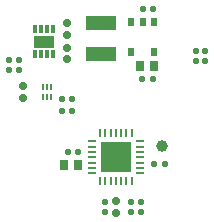
<source format=gtp>
G04*
G04 #@! TF.GenerationSoftware,Altium Limited,Altium Designer,21.7.2 (23)*
G04*
G04 Layer_Color=8421504*
%FSLAX25Y25*%
%MOIN*%
G70*
G04*
G04 #@! TF.SameCoordinates,2BEB94BA-C242-4871-AFB5-1AACED26611A*
G04*
G04*
G04 #@! TF.FilePolarity,Positive*
G04*
G01*
G75*
%ADD13R,0.10433X0.04724*%
G04:AMPARAMS|DCode=14|XSize=20.47mil|YSize=22.05mil|CornerRadius=5.12mil|HoleSize=0mil|Usage=FLASHONLY|Rotation=270.000|XOffset=0mil|YOffset=0mil|HoleType=Round|Shape=RoundedRectangle|*
%AMROUNDEDRECTD14*
21,1,0.02047,0.01181,0,0,270.0*
21,1,0.01024,0.02205,0,0,270.0*
1,1,0.01024,-0.00591,-0.00512*
1,1,0.01024,-0.00591,0.00512*
1,1,0.01024,0.00591,0.00512*
1,1,0.01024,0.00591,-0.00512*
%
%ADD14ROUNDEDRECTD14*%
%ADD15C,0.03937*%
G04:AMPARAMS|DCode=16|XSize=25.2mil|YSize=23.62mil|CornerRadius=5.91mil|HoleSize=0mil|Usage=FLASHONLY|Rotation=90.000|XOffset=0mil|YOffset=0mil|HoleType=Round|Shape=RoundedRectangle|*
%AMROUNDEDRECTD16*
21,1,0.02520,0.01181,0,0,90.0*
21,1,0.01339,0.02362,0,0,90.0*
1,1,0.01181,0.00591,0.00669*
1,1,0.01181,0.00591,-0.00669*
1,1,0.01181,-0.00591,-0.00669*
1,1,0.01181,-0.00591,0.00669*
%
%ADD16ROUNDEDRECTD16*%
G04:AMPARAMS|DCode=17|XSize=20.47mil|YSize=22.05mil|CornerRadius=5.12mil|HoleSize=0mil|Usage=FLASHONLY|Rotation=0.000|XOffset=0mil|YOffset=0mil|HoleType=Round|Shape=RoundedRectangle|*
%AMROUNDEDRECTD17*
21,1,0.02047,0.01181,0,0,0.0*
21,1,0.01024,0.02205,0,0,0.0*
1,1,0.01024,0.00512,-0.00591*
1,1,0.01024,-0.00512,-0.00591*
1,1,0.01024,-0.00512,0.00591*
1,1,0.01024,0.00512,0.00591*
%
%ADD17ROUNDEDRECTD17*%
%ADD18R,0.02835X0.03543*%
%ADD19R,0.00669X0.02362*%
%ADD20R,0.06693X0.03937*%
%ADD21R,0.01181X0.02756*%
%ADD22R,0.02165X0.03150*%
%ADD23O,0.02953X0.00787*%
%ADD24O,0.00787X0.02953*%
%ADD25R,0.09843X0.09843*%
%ADD26R,0.02756X0.03347*%
D13*
X239764Y246260D02*
D03*
Y256496D02*
D03*
D14*
X271588Y244003D02*
D03*
Y247468D02*
D03*
X274606Y243996D02*
D03*
Y247461D02*
D03*
X253051Y197008D02*
D03*
Y193543D02*
D03*
X241240D02*
D03*
Y197008D02*
D03*
X250000D02*
D03*
Y193543D02*
D03*
D15*
X260236Y215748D02*
D03*
D16*
X228445Y256516D02*
D03*
Y252736D02*
D03*
X213976Y231772D02*
D03*
Y235551D02*
D03*
X228445Y248445D02*
D03*
Y244665D02*
D03*
X244783Y193484D02*
D03*
Y197264D02*
D03*
D17*
X230276Y231201D02*
D03*
X226811D02*
D03*
X209095Y244193D02*
D03*
X212559D02*
D03*
X230276Y227264D02*
D03*
X226811D02*
D03*
X253780Y261417D02*
D03*
X257244D02*
D03*
X253583Y238091D02*
D03*
X257047D02*
D03*
X209095Y240945D02*
D03*
X212559D02*
D03*
X257618Y209744D02*
D03*
X261083Y209744D02*
D03*
X228784Y213649D02*
D03*
X232248D02*
D03*
D18*
X252756Y242224D02*
D03*
X257480D02*
D03*
D19*
X223130Y235236D02*
D03*
X221752Y235236D02*
D03*
X220374Y235236D02*
D03*
X223130Y232087D02*
D03*
X221752Y232087D02*
D03*
X220374D02*
D03*
D20*
X220866Y250394D02*
D03*
D21*
X223819Y246260D02*
D03*
X221850D02*
D03*
X219882D02*
D03*
X217913D02*
D03*
Y254528D02*
D03*
X219882D02*
D03*
X221850D02*
D03*
X223819D02*
D03*
D22*
X257480Y256988D02*
D03*
X253740Y256988D02*
D03*
X250000Y256988D02*
D03*
X257480Y247146D02*
D03*
X250000Y247146D02*
D03*
D23*
X252756Y206594D02*
D03*
Y208366D02*
D03*
Y210138D02*
D03*
X252756Y211910D02*
D03*
X252756Y213681D02*
D03*
Y215453D02*
D03*
Y217224D02*
D03*
X236811D02*
D03*
Y215453D02*
D03*
Y213681D02*
D03*
X236811Y211910D02*
D03*
X236811Y210138D02*
D03*
Y208366D02*
D03*
Y206594D02*
D03*
D24*
X250098Y219882D02*
D03*
X248327D02*
D03*
X246555D02*
D03*
X244783Y219882D02*
D03*
X243012Y219882D02*
D03*
X241240D02*
D03*
X239469D02*
D03*
Y203937D02*
D03*
X241240D02*
D03*
X243012D02*
D03*
X244783Y203937D02*
D03*
X246555Y203937D02*
D03*
X248327D02*
D03*
X250098D02*
D03*
D25*
X244783Y211910D02*
D03*
D26*
X232252Y209265D02*
D03*
X227527D02*
D03*
M02*

</source>
